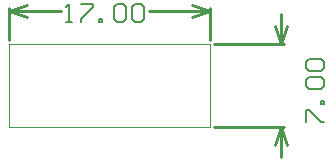
<source format=gm1>
G04*
G04 #@! TF.GenerationSoftware,Altium Limited,Altium Designer,18.0.12 (696)*
G04*
G04 Layer_Color=16711935*
%FSLAX25Y25*%
%MOIN*%
G70*
G01*
G75*
%ADD11C,0.00394*%
%ADD20C,0.01000*%
%ADD25C,0.00600*%
D11*
X0Y0D02*
X66929D01*
Y27559D01*
X0D02*
X66929D01*
X0Y0D02*
Y27559D01*
D20*
X68126Y0D02*
X91551D01*
X68126Y27559D02*
X91551D01*
X90551D02*
Y37559D01*
Y-10000D02*
Y0D01*
Y27559D02*
X92551Y33559D01*
X88551D02*
X90551Y27559D01*
X88551Y-6000D02*
X90551Y0D01*
X92551Y-6000D01*
X66929Y28756D02*
Y39386D01*
X0Y28756D02*
Y39386D01*
X46460Y38386D02*
X66929D01*
X0D02*
X17269D01*
X60929Y40386D02*
X66929Y38386D01*
X60929Y36386D02*
X66929Y38386D01*
X0D02*
X6000Y36386D01*
X0Y38386D02*
X6000Y40386D01*
D25*
X98949Y1683D02*
Y5682D01*
X99949D01*
X103948Y1683D01*
X104947D01*
Y7681D02*
X103948D01*
Y8681D01*
X104947D01*
Y7681D01*
X99949Y12679D02*
X98949Y13679D01*
Y15678D01*
X99949Y16678D01*
X103948D01*
X104947Y15678D01*
Y13679D01*
X103948Y12679D01*
X99949D01*
Y18677D02*
X98949Y19677D01*
Y21676D01*
X99949Y22676D01*
X103948D01*
X104947Y21676D01*
Y19677D01*
X103948Y18677D01*
X99949D01*
X18869Y34787D02*
X20868D01*
X19869D01*
Y40785D01*
X18869Y39785D01*
X23867Y40785D02*
X27866D01*
Y39785D01*
X23867Y35787D01*
Y34787D01*
X29865D02*
Y35787D01*
X30865D01*
Y34787D01*
X29865D01*
X34864Y39785D02*
X35863Y40785D01*
X37863D01*
X38862Y39785D01*
Y35787D01*
X37863Y34787D01*
X35863D01*
X34864Y35787D01*
Y39785D01*
X40862D02*
X41861Y40785D01*
X43861D01*
X44860Y39785D01*
Y35787D01*
X43861Y34787D01*
X41861D01*
X40862Y35787D01*
Y39785D01*
M02*

</source>
